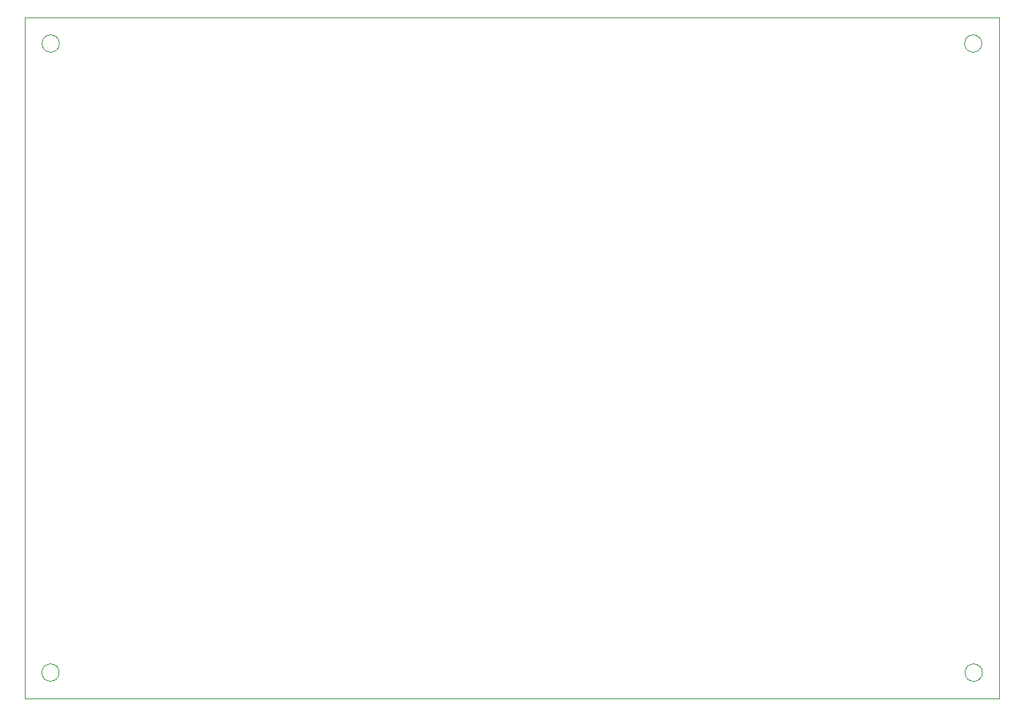
<source format=gbr>
%TF.GenerationSoftware,KiCad,Pcbnew,7.0.2*%
%TF.CreationDate,2023-05-18T09:18:09-03:00*%
%TF.ProjectId,placaSensIC075,706c6163-6153-4656-9e73-49433037352e,rev?*%
%TF.SameCoordinates,Original*%
%TF.FileFunction,Profile,NP*%
%FSLAX46Y46*%
G04 Gerber Fmt 4.6, Leading zero omitted, Abs format (unit mm)*
G04 Created by KiCad (PCBNEW 7.0.2) date 2023-05-18 09:18:09*
%MOMM*%
%LPD*%
G01*
G04 APERTURE LIST*
%TA.AperFunction,Profile*%
%ADD10C,0.100000*%
%TD*%
G04 APERTURE END LIST*
D10*
X196346628Y-125630000D02*
G75*
G03*
X196346628Y-125630000I-1006628J0D01*
G01*
X85344000Y-49647000D02*
X198280000Y-49647000D01*
X198280000Y-128633000D01*
X85344000Y-128633000D01*
X85344000Y-49647000D01*
X89323444Y-125620000D02*
G75*
G03*
X89323444Y-125620000I-1003444J0D01*
G01*
X196280000Y-52650000D02*
G75*
G03*
X196280000Y-52650000I-1000000J0D01*
G01*
X89344988Y-52650000D02*
G75*
G03*
X89344988Y-52650000I-1004988J0D01*
G01*
M02*

</source>
